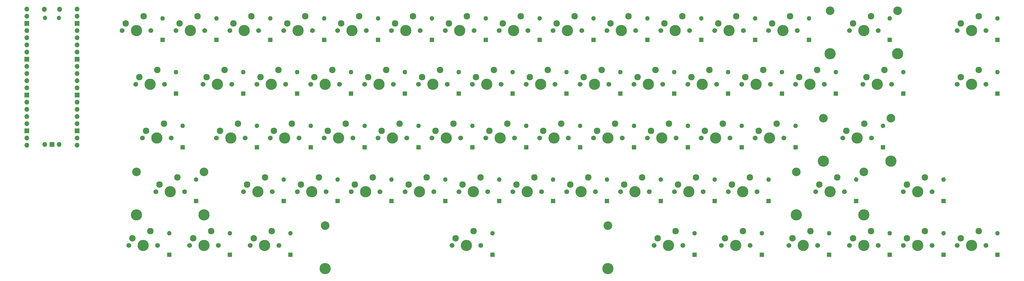
<source format=gbr>
%TF.GenerationSoftware,KiCad,Pcbnew,9.0.0*%
%TF.CreationDate,2025-03-16T11:43:05-04:00*%
%TF.ProjectId,big-board,6269672d-626f-4617-9264-2e6b69636164,rev?*%
%TF.SameCoordinates,Original*%
%TF.FileFunction,Soldermask,Bot*%
%TF.FilePolarity,Negative*%
%FSLAX46Y46*%
G04 Gerber Fmt 4.6, Leading zero omitted, Abs format (unit mm)*
G04 Created by KiCad (PCBNEW 9.0.0) date 2025-03-16 11:43:05*
%MOMM*%
%LPD*%
G01*
G04 APERTURE LIST*
%ADD10C,1.701800*%
%ADD11C,3.987800*%
%ADD12C,2.300000*%
%ADD13C,3.048000*%
%ADD14O,1.800000X1.800000*%
%ADD15O,1.500000X1.500000*%
%ADD16O,1.700000X1.700000*%
%ADD17R,1.700000X1.700000*%
%ADD18R,1.600000X1.600000*%
%ADD19O,1.600000X1.600000*%
G04 APERTURE END LIST*
D10*
%TO.C,SW34*%
X140017500Y-157480000D03*
D11*
X145097500Y-157480000D03*
D10*
X150177500Y-157480000D03*
D12*
X141287500Y-154940000D03*
X147637500Y-152400000D03*
%TD*%
D13*
%TO.C,SW14*%
X318897000Y-112395000D03*
D11*
X318897000Y-127635000D03*
D10*
X325755000Y-119380000D03*
D11*
X330835000Y-119380000D03*
D10*
X335915000Y-119380000D03*
D13*
X342773000Y-112395000D03*
D11*
X342773000Y-127635000D03*
D12*
X327025000Y-116840000D03*
X333375000Y-114300000D03*
%TD*%
D10*
%TO.C,SW29*%
X330517500Y-138430000D03*
D11*
X335597500Y-138430000D03*
D10*
X340677500Y-138430000D03*
D12*
X331787500Y-135890000D03*
X338137500Y-133350000D03*
%TD*%
D10*
%TO.C,SW36*%
X178117500Y-157480000D03*
D11*
X183197500Y-157480000D03*
D10*
X188277500Y-157480000D03*
D12*
X179387500Y-154940000D03*
X185737500Y-152400000D03*
%TD*%
D13*
%TO.C,SW55*%
X306990750Y-169545000D03*
D11*
X306990750Y-184785000D03*
D10*
X313848750Y-176530000D03*
D11*
X318928750Y-176530000D03*
D10*
X324008750Y-176530000D03*
D13*
X330866750Y-169545000D03*
D11*
X330866750Y-184785000D03*
D12*
X315118750Y-173990000D03*
X321468750Y-171450000D03*
%TD*%
D10*
%TO.C,SW4*%
X125730000Y-119380000D03*
D11*
X130810000Y-119380000D03*
D10*
X135890000Y-119380000D03*
D12*
X127000000Y-116840000D03*
X133350000Y-114300000D03*
%TD*%
D10*
%TO.C,SW42*%
X292417500Y-157480000D03*
D11*
X297497500Y-157480000D03*
D10*
X302577500Y-157480000D03*
D12*
X293687500Y-154940000D03*
X300037500Y-152400000D03*
%TD*%
D10*
%TO.C,SW20*%
X154305000Y-138430000D03*
D11*
X159385000Y-138430000D03*
D10*
X164465000Y-138430000D03*
D12*
X155575000Y-135890000D03*
X161925000Y-133350000D03*
%TD*%
D10*
%TO.C,SW18*%
X116205000Y-138430000D03*
D11*
X121285000Y-138430000D03*
D10*
X126365000Y-138430000D03*
D12*
X117475000Y-135890000D03*
X123825000Y-133350000D03*
%TD*%
D10*
%TO.C,SW40*%
X254317500Y-157480000D03*
D11*
X259397500Y-157480000D03*
D10*
X264477500Y-157480000D03*
D12*
X255587500Y-154940000D03*
X261937500Y-152400000D03*
%TD*%
D10*
%TO.C,SW64*%
X325755000Y-195580000D03*
D11*
X330835000Y-195580000D03*
D10*
X335915000Y-195580000D03*
D12*
X327025000Y-193040000D03*
X333375000Y-190500000D03*
%TD*%
D10*
%TO.C,SW37*%
X197167500Y-157480000D03*
D11*
X202247500Y-157480000D03*
D10*
X207327500Y-157480000D03*
D12*
X198437500Y-154940000D03*
X204787500Y-152400000D03*
%TD*%
D10*
%TO.C,SW17*%
X97155000Y-138430000D03*
D11*
X102235000Y-138430000D03*
D10*
X107315000Y-138430000D03*
D12*
X98425000Y-135890000D03*
X104775000Y-133350000D03*
%TD*%
D10*
%TO.C,SW1*%
X68580000Y-119380000D03*
D11*
X73660000Y-119380000D03*
D10*
X78740000Y-119380000D03*
D12*
X69850000Y-116840000D03*
X76200000Y-114300000D03*
%TD*%
D10*
%TO.C,SW12*%
X278130000Y-119380000D03*
D11*
X283210000Y-119380000D03*
D10*
X288290000Y-119380000D03*
D12*
X279400000Y-116840000D03*
X285750000Y-114300000D03*
%TD*%
D10*
%TO.C,SW38*%
X216217500Y-157480000D03*
D11*
X221297500Y-157480000D03*
D10*
X226377500Y-157480000D03*
D12*
X217487500Y-154940000D03*
X223837500Y-152400000D03*
%TD*%
D13*
%TO.C,SW43*%
X316515750Y-150495000D03*
D11*
X316515750Y-165735000D03*
D10*
X323373750Y-157480000D03*
D11*
X328453750Y-157480000D03*
D10*
X333533750Y-157480000D03*
D13*
X340391750Y-150495000D03*
D11*
X340391750Y-165735000D03*
D12*
X324643750Y-154940000D03*
X330993750Y-152400000D03*
%TD*%
D10*
%TO.C,SW5*%
X144780000Y-119380000D03*
D11*
X149860000Y-119380000D03*
D10*
X154940000Y-119380000D03*
D12*
X146050000Y-116840000D03*
X152400000Y-114300000D03*
%TD*%
D10*
%TO.C,SW45*%
X111442500Y-176530000D03*
D11*
X116522500Y-176530000D03*
D10*
X121602500Y-176530000D03*
D12*
X112712500Y-173990000D03*
X119062500Y-171450000D03*
%TD*%
D10*
%TO.C,SW54*%
X282892500Y-176530000D03*
D11*
X287972500Y-176530000D03*
D10*
X293052500Y-176530000D03*
D12*
X284162500Y-173990000D03*
X290512500Y-171450000D03*
%TD*%
D10*
%TO.C,SW32*%
X101917500Y-157480000D03*
D11*
X106997500Y-157480000D03*
D10*
X112077500Y-157480000D03*
D12*
X103187500Y-154940000D03*
X109537500Y-152400000D03*
%TD*%
D10*
%TO.C,SW25*%
X249555000Y-138430000D03*
D11*
X254635000Y-138430000D03*
D10*
X259715000Y-138430000D03*
D12*
X250825000Y-135890000D03*
X257175000Y-133350000D03*
%TD*%
D10*
%TO.C,SW10*%
X240030000Y-119380000D03*
D11*
X245110000Y-119380000D03*
D10*
X250190000Y-119380000D03*
D12*
X241300000Y-116840000D03*
X247650000Y-114300000D03*
%TD*%
D10*
%TO.C,SW8*%
X201930000Y-119380000D03*
D11*
X207010000Y-119380000D03*
D10*
X212090000Y-119380000D03*
D12*
X203200000Y-116840000D03*
X209550000Y-114300000D03*
%TD*%
D10*
%TO.C,SW21*%
X173355000Y-138430000D03*
D11*
X178435000Y-138430000D03*
D10*
X183515000Y-138430000D03*
D12*
X174625000Y-135890000D03*
X180975000Y-133350000D03*
%TD*%
D10*
%TO.C,SW39*%
X235267500Y-157480000D03*
D11*
X240347500Y-157480000D03*
D10*
X245427500Y-157480000D03*
D12*
X236537500Y-154940000D03*
X242887500Y-152400000D03*
%TD*%
D10*
%TO.C,SW46*%
X130492500Y-176530000D03*
D11*
X135572500Y-176530000D03*
D10*
X140652500Y-176530000D03*
D12*
X131762500Y-173990000D03*
X138112500Y-171450000D03*
%TD*%
D10*
%TO.C,SW58*%
X92392500Y-195580000D03*
D11*
X97472500Y-195580000D03*
D10*
X102552500Y-195580000D03*
D12*
X93662500Y-193040000D03*
X100012500Y-190500000D03*
%TD*%
D10*
%TO.C,SW13*%
X297180000Y-119380000D03*
D11*
X302260000Y-119380000D03*
D10*
X307340000Y-119380000D03*
D12*
X298450000Y-116840000D03*
X304800000Y-114300000D03*
%TD*%
D10*
%TO.C,SW11*%
X259080000Y-119380000D03*
D11*
X264160000Y-119380000D03*
D10*
X269240000Y-119380000D03*
D12*
X260350000Y-116840000D03*
X266700000Y-114300000D03*
%TD*%
D10*
%TO.C,SW47*%
X149542500Y-176530000D03*
D11*
X154622500Y-176530000D03*
D10*
X159702500Y-176530000D03*
D12*
X150812500Y-173990000D03*
X157162500Y-171450000D03*
%TD*%
D10*
%TO.C,SW53*%
X263842500Y-176530000D03*
D11*
X268922500Y-176530000D03*
D10*
X274002500Y-176530000D03*
D12*
X265112500Y-173990000D03*
X271462500Y-171450000D03*
%TD*%
D10*
%TO.C,SW66*%
X363855000Y-195580000D03*
D11*
X368935000Y-195580000D03*
D10*
X374015000Y-195580000D03*
D12*
X365125000Y-193040000D03*
X371475000Y-190500000D03*
%TD*%
D10*
%TO.C,SW27*%
X287655000Y-138430000D03*
D11*
X292735000Y-138430000D03*
D10*
X297815000Y-138430000D03*
D12*
X288925000Y-135890000D03*
X295275000Y-133350000D03*
%TD*%
D10*
%TO.C,SW50*%
X206692500Y-176530000D03*
D11*
X211772500Y-176530000D03*
D10*
X216852500Y-176530000D03*
D12*
X207962500Y-173990000D03*
X214312500Y-171450000D03*
%TD*%
D10*
%TO.C,SW26*%
X268605000Y-138430000D03*
D11*
X273685000Y-138430000D03*
D10*
X278765000Y-138430000D03*
D12*
X269875000Y-135890000D03*
X276225000Y-133350000D03*
%TD*%
D10*
%TO.C,SW62*%
X280511250Y-195580000D03*
D11*
X285591250Y-195580000D03*
D10*
X290671250Y-195580000D03*
D12*
X281781250Y-193040000D03*
X288131250Y-190500000D03*
%TD*%
D10*
%TO.C,SW35*%
X159067500Y-157480000D03*
D11*
X164147500Y-157480000D03*
D10*
X169227500Y-157480000D03*
D12*
X160337500Y-154940000D03*
X166687500Y-152400000D03*
%TD*%
D10*
%TO.C,SW24*%
X230505000Y-138430000D03*
D11*
X235585000Y-138430000D03*
D10*
X240665000Y-138430000D03*
D12*
X231775000Y-135890000D03*
X238125000Y-133350000D03*
%TD*%
D10*
%TO.C,SW28*%
X306705000Y-138430000D03*
D11*
X311785000Y-138430000D03*
D10*
X316865000Y-138430000D03*
D12*
X307975000Y-135890000D03*
X314325000Y-133350000D03*
%TD*%
D10*
%TO.C,SW57*%
X70961250Y-195580000D03*
D11*
X76041250Y-195580000D03*
D10*
X81121250Y-195580000D03*
D12*
X72231250Y-193040000D03*
X78581250Y-190500000D03*
%TD*%
D10*
%TO.C,SW33*%
X120967500Y-157480000D03*
D11*
X126047500Y-157480000D03*
D10*
X131127500Y-157480000D03*
D12*
X122237500Y-154940000D03*
X128587500Y-152400000D03*
%TD*%
D10*
%TO.C,SW7*%
X182880000Y-119380000D03*
D11*
X187960000Y-119380000D03*
D10*
X193040000Y-119380000D03*
D12*
X184150000Y-116840000D03*
X190500000Y-114300000D03*
%TD*%
D10*
%TO.C,SW2*%
X87630000Y-119380000D03*
D11*
X92710000Y-119380000D03*
D10*
X97790000Y-119380000D03*
D12*
X88900000Y-116840000D03*
X95250000Y-114300000D03*
%TD*%
D10*
%TO.C,SW65*%
X344805000Y-195580000D03*
D11*
X349885000Y-195580000D03*
D10*
X354965000Y-195580000D03*
D12*
X346075000Y-193040000D03*
X352425000Y-190500000D03*
%TD*%
D10*
%TO.C,SW63*%
X304323750Y-195580000D03*
D11*
X309403750Y-195580000D03*
D10*
X314483750Y-195580000D03*
D12*
X305593750Y-193040000D03*
X311943750Y-190500000D03*
%TD*%
D13*
%TO.C,SW44*%
X73628250Y-169545000D03*
D11*
X73628250Y-184785000D03*
D10*
X80486250Y-176530000D03*
D11*
X85566250Y-176530000D03*
D10*
X90646250Y-176530000D03*
D13*
X97504250Y-169545000D03*
D11*
X97504250Y-184785000D03*
D12*
X81756250Y-173990000D03*
X88106250Y-171450000D03*
%TD*%
D10*
%TO.C,SW22*%
X192405000Y-138430000D03*
D11*
X197485000Y-138430000D03*
D10*
X202565000Y-138430000D03*
D12*
X193675000Y-135890000D03*
X200025000Y-133350000D03*
%TD*%
D10*
%TO.C,SW52*%
X244792500Y-176530000D03*
D11*
X249872500Y-176530000D03*
D10*
X254952500Y-176530000D03*
D12*
X246062500Y-173990000D03*
X252412500Y-171450000D03*
%TD*%
D10*
%TO.C,SW3*%
X106680000Y-119380000D03*
D11*
X111760000Y-119380000D03*
D10*
X116840000Y-119380000D03*
D12*
X107950000Y-116840000D03*
X114300000Y-114300000D03*
%TD*%
D10*
%TO.C,SW19*%
X135255000Y-138430000D03*
D11*
X140335000Y-138430000D03*
D10*
X145415000Y-138430000D03*
D12*
X136525000Y-135890000D03*
X142875000Y-133350000D03*
%TD*%
D10*
%TO.C,SW56*%
X344805000Y-176530000D03*
D11*
X349885000Y-176530000D03*
D10*
X354965000Y-176530000D03*
D12*
X346075000Y-173990000D03*
X352425000Y-171450000D03*
%TD*%
D10*
%TO.C,SW51*%
X225742500Y-176530000D03*
D11*
X230822500Y-176530000D03*
D10*
X235902500Y-176530000D03*
D12*
X227012500Y-173990000D03*
X233362500Y-171450000D03*
%TD*%
D10*
%TO.C,SW31*%
X75723750Y-157480000D03*
D11*
X80803750Y-157480000D03*
D10*
X85883750Y-157480000D03*
D12*
X76993750Y-154940000D03*
X83343750Y-152400000D03*
%TD*%
D10*
%TO.C,SW9*%
X220980000Y-119380000D03*
D11*
X226060000Y-119380000D03*
D10*
X231140000Y-119380000D03*
D12*
X222250000Y-116840000D03*
X228600000Y-114300000D03*
%TD*%
D10*
%TO.C,SW15*%
X363855000Y-119380000D03*
D11*
X368935000Y-119380000D03*
D10*
X374015000Y-119380000D03*
D12*
X365125000Y-116840000D03*
X371475000Y-114300000D03*
%TD*%
D10*
%TO.C,SW61*%
X256698750Y-195580000D03*
D11*
X261778750Y-195580000D03*
D10*
X266858750Y-195580000D03*
D12*
X257968750Y-193040000D03*
X264318750Y-190500000D03*
%TD*%
D10*
%TO.C,SW49*%
X187642500Y-176530000D03*
D11*
X192722500Y-176530000D03*
D10*
X197802500Y-176530000D03*
D12*
X188912500Y-173990000D03*
X195262500Y-171450000D03*
%TD*%
D13*
%TO.C,SW60*%
X140341250Y-188595000D03*
D11*
X140341250Y-203835000D03*
D10*
X185261250Y-195580000D03*
D11*
X190341250Y-195580000D03*
D10*
X195421250Y-195580000D03*
D13*
X240341250Y-188595000D03*
D11*
X240341250Y-203835000D03*
D12*
X186531250Y-193040000D03*
X192881250Y-190500000D03*
%TD*%
D14*
%TO.C,U1*%
X41015000Y-111870000D03*
D15*
X41315000Y-114900000D03*
X46165000Y-114900000D03*
D14*
X46465000Y-111870000D03*
D16*
X34850000Y-111740000D03*
X34850000Y-114280000D03*
D17*
X34850000Y-116820000D03*
D16*
X34850000Y-119360000D03*
X34850000Y-121900000D03*
X34850000Y-124440000D03*
X34850000Y-126980000D03*
D17*
X34850000Y-129520000D03*
D16*
X34850000Y-132060000D03*
X34850000Y-134600000D03*
X34850000Y-137140000D03*
X34850000Y-139680000D03*
D17*
X34850000Y-142220000D03*
D16*
X34850000Y-144760000D03*
X34850000Y-147300000D03*
X34850000Y-149840000D03*
X34850000Y-152380000D03*
D17*
X34850000Y-154920000D03*
D16*
X34850000Y-157460000D03*
X34850000Y-160000000D03*
X52630000Y-160000000D03*
X52630000Y-157460000D03*
D17*
X52630000Y-154920000D03*
D16*
X52630000Y-152380000D03*
X52630000Y-149840000D03*
X52630000Y-147300000D03*
X52630000Y-144760000D03*
D17*
X52630000Y-142220000D03*
D16*
X52630000Y-139680000D03*
X52630000Y-137140000D03*
X52630000Y-134600000D03*
X52630000Y-132060000D03*
D17*
X52630000Y-129520000D03*
D16*
X52630000Y-126980000D03*
X52630000Y-124440000D03*
X52630000Y-121900000D03*
X52630000Y-119360000D03*
D17*
X52630000Y-116820000D03*
D16*
X52630000Y-114280000D03*
X52630000Y-111740000D03*
X41200000Y-159770000D03*
D17*
X43740000Y-159770000D03*
D16*
X46280000Y-159770000D03*
%TD*%
D10*
%TO.C,SW59*%
X113823750Y-195580000D03*
D11*
X118903750Y-195580000D03*
D10*
X123983750Y-195580000D03*
D12*
X115093750Y-193040000D03*
X121443750Y-190500000D03*
%TD*%
D10*
%TO.C,SW48*%
X168592500Y-176530000D03*
D11*
X173672500Y-176530000D03*
D10*
X178752500Y-176530000D03*
D12*
X169862500Y-173990000D03*
X176212500Y-171450000D03*
%TD*%
D10*
%TO.C,SW30*%
X363855000Y-138430000D03*
D11*
X368935000Y-138430000D03*
D10*
X374015000Y-138430000D03*
D12*
X365125000Y-135890000D03*
X371475000Y-133350000D03*
%TD*%
D10*
%TO.C,SW6*%
X163830000Y-119380000D03*
D11*
X168910000Y-119380000D03*
D10*
X173990000Y-119380000D03*
D12*
X165100000Y-116840000D03*
X171450000Y-114300000D03*
%TD*%
D10*
%TO.C,SW41*%
X273367500Y-157480000D03*
D11*
X278447500Y-157480000D03*
D10*
X283527500Y-157480000D03*
D12*
X274637500Y-154940000D03*
X280987500Y-152400000D03*
%TD*%
D10*
%TO.C,SW16*%
X73342500Y-138430000D03*
D11*
X78422500Y-138430000D03*
D10*
X83502500Y-138430000D03*
D12*
X74612500Y-135890000D03*
X80962500Y-133350000D03*
%TD*%
D10*
%TO.C,SW23*%
X211455000Y-138430000D03*
D11*
X216535000Y-138430000D03*
D10*
X221615000Y-138430000D03*
D12*
X212725000Y-135890000D03*
X219075000Y-133350000D03*
%TD*%
D18*
%TO.C,D47*%
X163812500Y-179800000D03*
D19*
X163812500Y-172180000D03*
%TD*%
D18*
%TO.C,D27*%
X301925000Y-141700000D03*
D19*
X301925000Y-134080000D03*
%TD*%
D18*
%TO.C,D37*%
X211437500Y-160750000D03*
D19*
X211437500Y-153130000D03*
%TD*%
D18*
%TO.C,D2*%
X82850000Y-122650000D03*
D19*
X82850000Y-115030000D03*
%TD*%
D18*
%TO.C,D54*%
X297162500Y-179800000D03*
D19*
X297162500Y-172180000D03*
%TD*%
D18*
%TO.C,D1*%
X101900000Y-122650000D03*
D19*
X101900000Y-115030000D03*
%TD*%
D18*
%TO.C,D13*%
X311450000Y-122650000D03*
D19*
X311450000Y-115030000D03*
%TD*%
D18*
%TO.C,D12*%
X292400000Y-122650000D03*
D19*
X292400000Y-115030000D03*
%TD*%
D18*
%TO.C,D6*%
X178100000Y-122650000D03*
D19*
X178100000Y-115030000D03*
%TD*%
D18*
%TO.C,D55*%
X328118750Y-179800000D03*
D19*
X328118750Y-172180000D03*
%TD*%
D18*
%TO.C,D56*%
X359075000Y-179800000D03*
D19*
X359075000Y-172180000D03*
%TD*%
D18*
%TO.C,D16*%
X87612500Y-141700000D03*
D19*
X87612500Y-134080000D03*
%TD*%
D18*
%TO.C,D5*%
X159050000Y-122650000D03*
D19*
X159050000Y-115030000D03*
%TD*%
D18*
%TO.C,D19*%
X149525000Y-141700000D03*
D19*
X149525000Y-134080000D03*
%TD*%
D18*
%TO.C,D38*%
X230487500Y-160750000D03*
D19*
X230487500Y-153130000D03*
%TD*%
D18*
%TO.C,D49*%
X201912500Y-179800000D03*
D19*
X201912500Y-172180000D03*
%TD*%
D18*
%TO.C,D31*%
X89993750Y-160750000D03*
D19*
X89993750Y-153130000D03*
%TD*%
D18*
%TO.C,D9*%
X235250000Y-122650000D03*
D19*
X235250000Y-115030000D03*
%TD*%
D18*
%TO.C,D50*%
X220962500Y-179800000D03*
D19*
X220962500Y-172180000D03*
%TD*%
D18*
%TO.C,D24*%
X244775000Y-141700000D03*
D19*
X244775000Y-134080000D03*
%TD*%
D18*
%TO.C,D25*%
X263825000Y-141700000D03*
D19*
X263825000Y-134080000D03*
%TD*%
D18*
%TO.C,D21*%
X187625000Y-141700000D03*
D19*
X187625000Y-134080000D03*
%TD*%
D18*
%TO.C,D61*%
X270968750Y-198850000D03*
D19*
X270968750Y-191230000D03*
%TD*%
D18*
%TO.C,D51*%
X240012500Y-179800000D03*
D19*
X240012500Y-172180000D03*
%TD*%
D18*
%TO.C,D52*%
X259062500Y-179800000D03*
D19*
X259062500Y-172180000D03*
%TD*%
D18*
%TO.C,D3*%
X120950000Y-122650000D03*
D19*
X120950000Y-115030000D03*
%TD*%
D18*
%TO.C,D39*%
X249537500Y-160750000D03*
D19*
X249537500Y-153130000D03*
%TD*%
D18*
%TO.C,D63*%
X318593750Y-198850000D03*
D19*
X318593750Y-191230000D03*
%TD*%
D18*
%TO.C,D59*%
X128093750Y-198850000D03*
D19*
X128093750Y-191230000D03*
%TD*%
D18*
%TO.C,D17*%
X111425000Y-141700000D03*
D19*
X111425000Y-134080000D03*
%TD*%
D18*
%TO.C,D33*%
X135237500Y-160750000D03*
D19*
X135237500Y-153130000D03*
%TD*%
D18*
%TO.C,D58*%
X106662500Y-198850000D03*
D19*
X106662500Y-191230000D03*
%TD*%
D18*
%TO.C,D7*%
X197150000Y-122650000D03*
D19*
X197150000Y-115030000D03*
%TD*%
D18*
%TO.C,D26*%
X282875000Y-141700000D03*
D19*
X282875000Y-134080000D03*
%TD*%
D18*
%TO.C,D20*%
X168575000Y-141700000D03*
D19*
X168575000Y-134080000D03*
%TD*%
D18*
%TO.C,D15*%
X378125000Y-122650000D03*
D19*
X378125000Y-115030000D03*
%TD*%
D18*
%TO.C,D4*%
X140000000Y-122650000D03*
D19*
X140000000Y-115030000D03*
%TD*%
D18*
%TO.C,D65*%
X359075000Y-198850000D03*
D19*
X359075000Y-191230000D03*
%TD*%
D18*
%TO.C,D8*%
X216200000Y-122650000D03*
D19*
X216200000Y-115030000D03*
%TD*%
D18*
%TO.C,D14*%
X340025000Y-122650000D03*
D19*
X340025000Y-115030000D03*
%TD*%
D18*
%TO.C,D62*%
X294781250Y-198850000D03*
D19*
X294781250Y-191230000D03*
%TD*%
D18*
%TO.C,D30*%
X378125000Y-141700000D03*
D19*
X378125000Y-134080000D03*
%TD*%
D18*
%TO.C,D36*%
X192387500Y-160750000D03*
D19*
X192387500Y-153130000D03*
%TD*%
D18*
%TO.C,D35*%
X173337500Y-160750000D03*
D19*
X173337500Y-153130000D03*
%TD*%
D18*
%TO.C,D34*%
X154287500Y-160750000D03*
D19*
X154287500Y-153130000D03*
%TD*%
D18*
%TO.C,D43*%
X337643750Y-160750000D03*
D19*
X337643750Y-153130000D03*
%TD*%
D18*
%TO.C,D48*%
X182862500Y-179800000D03*
D19*
X182862500Y-172180000D03*
%TD*%
D18*
%TO.C,D57*%
X85231250Y-198850000D03*
D19*
X85231250Y-191230000D03*
%TD*%
D18*
%TO.C,D66*%
X378125000Y-198850000D03*
D19*
X378125000Y-191230000D03*
%TD*%
D18*
%TO.C,D40*%
X268587500Y-160750000D03*
D19*
X268587500Y-153130000D03*
%TD*%
D18*
%TO.C,D44*%
X94756250Y-179800000D03*
D19*
X94756250Y-172180000D03*
%TD*%
D18*
%TO.C,D41*%
X287637500Y-160750000D03*
D19*
X287637500Y-153130000D03*
%TD*%
D18*
%TO.C,D32*%
X116187500Y-160750000D03*
D19*
X116187500Y-153130000D03*
%TD*%
D18*
%TO.C,D11*%
X273350000Y-122650000D03*
D19*
X273350000Y-115030000D03*
%TD*%
D18*
%TO.C,D29*%
X344787500Y-141700000D03*
D19*
X344787500Y-134080000D03*
%TD*%
D18*
%TO.C,D22*%
X206675000Y-141700000D03*
D19*
X206675000Y-134080000D03*
%TD*%
D18*
%TO.C,D23*%
X225725000Y-141700000D03*
D19*
X225725000Y-134080000D03*
%TD*%
D18*
%TO.C,D42*%
X306687500Y-160750000D03*
D19*
X306687500Y-153130000D03*
%TD*%
D18*
%TO.C,D64*%
X340025000Y-198850000D03*
D19*
X340025000Y-191230000D03*
%TD*%
D18*
%TO.C,D10*%
X254300000Y-122650000D03*
D19*
X254300000Y-115030000D03*
%TD*%
D18*
%TO.C,D18*%
X130475000Y-141700000D03*
D19*
X130475000Y-134080000D03*
%TD*%
D18*
%TO.C,D53*%
X278112500Y-179800000D03*
D19*
X278112500Y-172180000D03*
%TD*%
D18*
%TO.C,D45*%
X125712500Y-179800000D03*
D19*
X125712500Y-172180000D03*
%TD*%
D18*
%TO.C,D46*%
X144762500Y-179800000D03*
D19*
X144762500Y-172180000D03*
%TD*%
D18*
%TO.C,D60*%
X199531250Y-198850000D03*
D19*
X199531250Y-191230000D03*
%TD*%
D18*
%TO.C,D28*%
X320975000Y-141700000D03*
D19*
X320975000Y-134080000D03*
%TD*%
M02*

</source>
